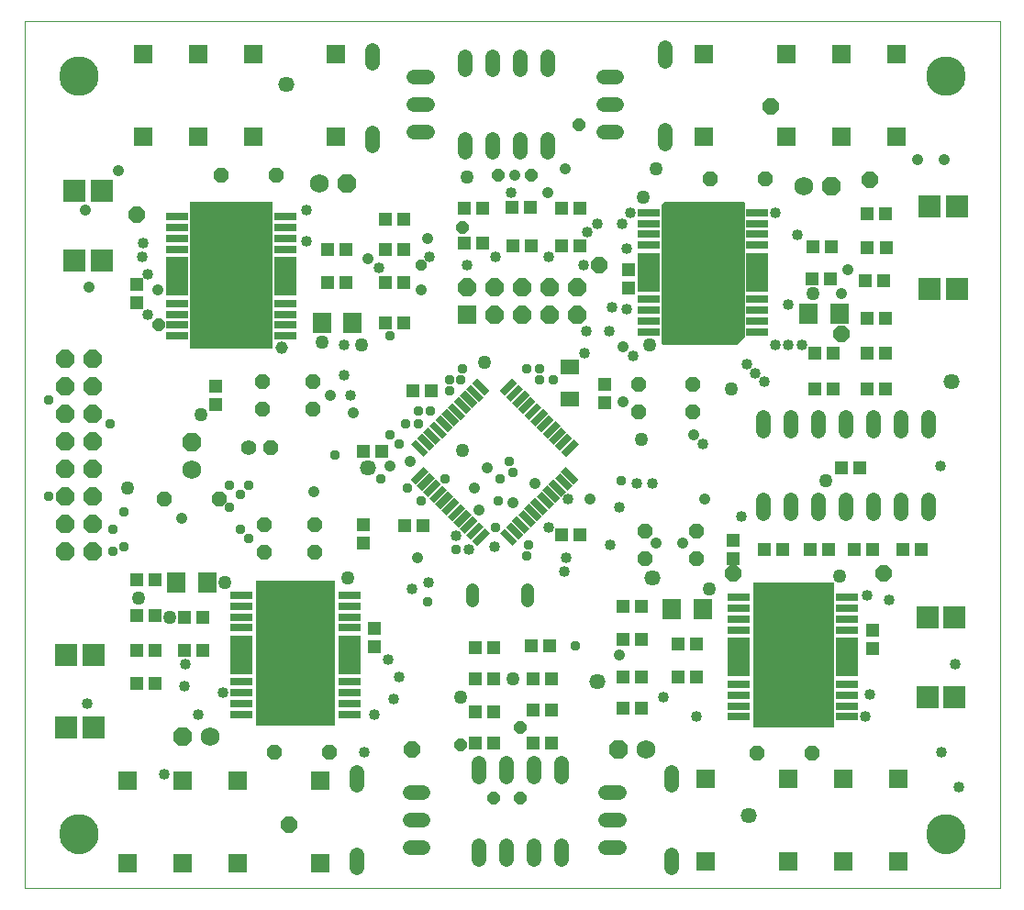
<source format=gts>
G75*
G70*
%OFA0B0*%
%FSLAX24Y24*%
%IPPOS*%
%LPD*%
%AMOC8*
5,1,8,0,0,1.08239X$1,22.5*
%
%ADD10C,0.0000*%
%ADD11C,0.1438*%
%ADD12R,0.3040X0.5360*%
%ADD13C,0.0160*%
%ADD14R,0.2960X0.5280*%
%ADD15R,0.2880X0.5280*%
%ADD16OC8,0.0660*%
%ADD17R,0.0651X0.0257*%
%ADD18R,0.0257X0.0651*%
%ADD19R,0.0454X0.0493*%
%ADD20R,0.0690X0.0532*%
%ADD21C,0.0460*%
%ADD22R,0.0493X0.0454*%
%ADD23OC8,0.0560*%
%ADD24C,0.0560*%
%ADD25OC8,0.0690*%
%ADD26C,0.0690*%
%ADD27OC8,0.0540*%
%ADD28R,0.0847X0.0257*%
%ADD29R,0.0847X0.1399*%
%ADD30R,0.0828X0.0828*%
%ADD31R,0.0660X0.0660*%
%ADD32R,0.0710X0.0710*%
%ADD33C,0.0540*%
%ADD34R,0.0690X0.0770*%
%ADD35OC8,0.0680*%
%ADD36C,0.0680*%
%ADD37C,0.0575*%
%ADD38C,0.0398*%
%ADD39C,0.0496*%
%ADD40C,0.0417*%
%ADD41C,0.0378*%
%ADD42OC8,0.0575*%
%ADD43OC8,0.0457*%
%ADD44OC8,0.0398*%
%ADD45C,0.0457*%
D10*
X001500Y002461D02*
X001500Y033957D01*
X036933Y033957D01*
X036933Y002461D01*
X001500Y002461D01*
X002780Y004430D02*
X002782Y004482D01*
X002788Y004534D01*
X002798Y004585D01*
X002811Y004635D01*
X002829Y004685D01*
X002850Y004732D01*
X002874Y004778D01*
X002903Y004822D01*
X002934Y004864D01*
X002968Y004903D01*
X003005Y004940D01*
X003045Y004973D01*
X003088Y005004D01*
X003132Y005031D01*
X003178Y005055D01*
X003227Y005075D01*
X003276Y005091D01*
X003327Y005104D01*
X003378Y005113D01*
X003430Y005118D01*
X003482Y005119D01*
X003534Y005116D01*
X003586Y005109D01*
X003637Y005098D01*
X003687Y005084D01*
X003736Y005065D01*
X003783Y005043D01*
X003828Y005018D01*
X003872Y004989D01*
X003913Y004957D01*
X003952Y004922D01*
X003987Y004884D01*
X004020Y004843D01*
X004050Y004801D01*
X004076Y004756D01*
X004099Y004709D01*
X004118Y004660D01*
X004134Y004610D01*
X004146Y004560D01*
X004154Y004508D01*
X004158Y004456D01*
X004158Y004404D01*
X004154Y004352D01*
X004146Y004300D01*
X004134Y004250D01*
X004118Y004200D01*
X004099Y004151D01*
X004076Y004104D01*
X004050Y004059D01*
X004020Y004017D01*
X003987Y003976D01*
X003952Y003938D01*
X003913Y003903D01*
X003872Y003871D01*
X003828Y003842D01*
X003783Y003817D01*
X003736Y003795D01*
X003687Y003776D01*
X003637Y003762D01*
X003586Y003751D01*
X003534Y003744D01*
X003482Y003741D01*
X003430Y003742D01*
X003378Y003747D01*
X003327Y003756D01*
X003276Y003769D01*
X003227Y003785D01*
X003178Y003805D01*
X003132Y003829D01*
X003088Y003856D01*
X003045Y003887D01*
X003005Y003920D01*
X002968Y003957D01*
X002934Y003996D01*
X002903Y004038D01*
X002874Y004082D01*
X002850Y004128D01*
X002829Y004175D01*
X002811Y004225D01*
X002798Y004275D01*
X002788Y004326D01*
X002782Y004378D01*
X002780Y004430D01*
X002780Y031989D02*
X002782Y032041D01*
X002788Y032093D01*
X002798Y032144D01*
X002811Y032194D01*
X002829Y032244D01*
X002850Y032291D01*
X002874Y032337D01*
X002903Y032381D01*
X002934Y032423D01*
X002968Y032462D01*
X003005Y032499D01*
X003045Y032532D01*
X003088Y032563D01*
X003132Y032590D01*
X003178Y032614D01*
X003227Y032634D01*
X003276Y032650D01*
X003327Y032663D01*
X003378Y032672D01*
X003430Y032677D01*
X003482Y032678D01*
X003534Y032675D01*
X003586Y032668D01*
X003637Y032657D01*
X003687Y032643D01*
X003736Y032624D01*
X003783Y032602D01*
X003828Y032577D01*
X003872Y032548D01*
X003913Y032516D01*
X003952Y032481D01*
X003987Y032443D01*
X004020Y032402D01*
X004050Y032360D01*
X004076Y032315D01*
X004099Y032268D01*
X004118Y032219D01*
X004134Y032169D01*
X004146Y032119D01*
X004154Y032067D01*
X004158Y032015D01*
X004158Y031963D01*
X004154Y031911D01*
X004146Y031859D01*
X004134Y031809D01*
X004118Y031759D01*
X004099Y031710D01*
X004076Y031663D01*
X004050Y031618D01*
X004020Y031576D01*
X003987Y031535D01*
X003952Y031497D01*
X003913Y031462D01*
X003872Y031430D01*
X003828Y031401D01*
X003783Y031376D01*
X003736Y031354D01*
X003687Y031335D01*
X003637Y031321D01*
X003586Y031310D01*
X003534Y031303D01*
X003482Y031300D01*
X003430Y031301D01*
X003378Y031306D01*
X003327Y031315D01*
X003276Y031328D01*
X003227Y031344D01*
X003178Y031364D01*
X003132Y031388D01*
X003088Y031415D01*
X003045Y031446D01*
X003005Y031479D01*
X002968Y031516D01*
X002934Y031555D01*
X002903Y031597D01*
X002874Y031641D01*
X002850Y031687D01*
X002829Y031734D01*
X002811Y031784D01*
X002798Y031834D01*
X002788Y031885D01*
X002782Y031937D01*
X002780Y031989D01*
X034276Y031989D02*
X034278Y032041D01*
X034284Y032093D01*
X034294Y032144D01*
X034307Y032194D01*
X034325Y032244D01*
X034346Y032291D01*
X034370Y032337D01*
X034399Y032381D01*
X034430Y032423D01*
X034464Y032462D01*
X034501Y032499D01*
X034541Y032532D01*
X034584Y032563D01*
X034628Y032590D01*
X034674Y032614D01*
X034723Y032634D01*
X034772Y032650D01*
X034823Y032663D01*
X034874Y032672D01*
X034926Y032677D01*
X034978Y032678D01*
X035030Y032675D01*
X035082Y032668D01*
X035133Y032657D01*
X035183Y032643D01*
X035232Y032624D01*
X035279Y032602D01*
X035324Y032577D01*
X035368Y032548D01*
X035409Y032516D01*
X035448Y032481D01*
X035483Y032443D01*
X035516Y032402D01*
X035546Y032360D01*
X035572Y032315D01*
X035595Y032268D01*
X035614Y032219D01*
X035630Y032169D01*
X035642Y032119D01*
X035650Y032067D01*
X035654Y032015D01*
X035654Y031963D01*
X035650Y031911D01*
X035642Y031859D01*
X035630Y031809D01*
X035614Y031759D01*
X035595Y031710D01*
X035572Y031663D01*
X035546Y031618D01*
X035516Y031576D01*
X035483Y031535D01*
X035448Y031497D01*
X035409Y031462D01*
X035368Y031430D01*
X035324Y031401D01*
X035279Y031376D01*
X035232Y031354D01*
X035183Y031335D01*
X035133Y031321D01*
X035082Y031310D01*
X035030Y031303D01*
X034978Y031300D01*
X034926Y031301D01*
X034874Y031306D01*
X034823Y031315D01*
X034772Y031328D01*
X034723Y031344D01*
X034674Y031364D01*
X034628Y031388D01*
X034584Y031415D01*
X034541Y031446D01*
X034501Y031479D01*
X034464Y031516D01*
X034430Y031555D01*
X034399Y031597D01*
X034370Y031641D01*
X034346Y031687D01*
X034325Y031734D01*
X034307Y031784D01*
X034294Y031834D01*
X034284Y031885D01*
X034278Y031937D01*
X034276Y031989D01*
X034276Y004430D02*
X034278Y004482D01*
X034284Y004534D01*
X034294Y004585D01*
X034307Y004635D01*
X034325Y004685D01*
X034346Y004732D01*
X034370Y004778D01*
X034399Y004822D01*
X034430Y004864D01*
X034464Y004903D01*
X034501Y004940D01*
X034541Y004973D01*
X034584Y005004D01*
X034628Y005031D01*
X034674Y005055D01*
X034723Y005075D01*
X034772Y005091D01*
X034823Y005104D01*
X034874Y005113D01*
X034926Y005118D01*
X034978Y005119D01*
X035030Y005116D01*
X035082Y005109D01*
X035133Y005098D01*
X035183Y005084D01*
X035232Y005065D01*
X035279Y005043D01*
X035324Y005018D01*
X035368Y004989D01*
X035409Y004957D01*
X035448Y004922D01*
X035483Y004884D01*
X035516Y004843D01*
X035546Y004801D01*
X035572Y004756D01*
X035595Y004709D01*
X035614Y004660D01*
X035630Y004610D01*
X035642Y004560D01*
X035650Y004508D01*
X035654Y004456D01*
X035654Y004404D01*
X035650Y004352D01*
X035642Y004300D01*
X035630Y004250D01*
X035614Y004200D01*
X035595Y004151D01*
X035572Y004104D01*
X035546Y004059D01*
X035516Y004017D01*
X035483Y003976D01*
X035448Y003938D01*
X035409Y003903D01*
X035368Y003871D01*
X035324Y003842D01*
X035279Y003817D01*
X035232Y003795D01*
X035183Y003776D01*
X035133Y003762D01*
X035082Y003751D01*
X035030Y003744D01*
X034978Y003741D01*
X034926Y003742D01*
X034874Y003747D01*
X034823Y003756D01*
X034772Y003769D01*
X034723Y003785D01*
X034674Y003805D01*
X034628Y003829D01*
X034584Y003856D01*
X034541Y003887D01*
X034501Y003920D01*
X034464Y003957D01*
X034430Y003996D01*
X034399Y004038D01*
X034370Y004082D01*
X034346Y004128D01*
X034325Y004175D01*
X034307Y004225D01*
X034294Y004275D01*
X034284Y004326D01*
X034278Y004378D01*
X034276Y004430D01*
D11*
X034965Y004430D03*
X034965Y031989D03*
X003469Y031989D03*
X003469Y004430D03*
D12*
X009020Y024741D03*
D13*
X024700Y024810D02*
X027580Y024810D01*
X027580Y024968D02*
X024700Y024968D01*
X024700Y025127D02*
X027580Y025127D01*
X027580Y025285D02*
X024700Y025285D01*
X024700Y025444D02*
X027580Y025444D01*
X027580Y025602D02*
X024700Y025602D01*
X024700Y025761D02*
X027580Y025761D01*
X027580Y025919D02*
X024700Y025919D01*
X024700Y026078D02*
X027580Y026078D01*
X027580Y026236D02*
X024700Y026236D01*
X024700Y026395D02*
X027580Y026395D01*
X027580Y026553D02*
X024700Y026553D01*
X024700Y026712D02*
X027580Y026712D01*
X027580Y026870D02*
X024700Y026870D01*
X024700Y027029D02*
X027580Y027029D01*
X027580Y027187D02*
X024700Y027187D01*
X024700Y027261D02*
X024780Y027341D01*
X027580Y027341D01*
X027580Y022541D01*
X027340Y022301D01*
X024700Y022301D01*
X024700Y027261D01*
X024700Y024651D02*
X027580Y024651D01*
X027580Y024493D02*
X024700Y024493D01*
X024700Y024334D02*
X027580Y024334D01*
X027580Y024176D02*
X024700Y024176D01*
X024700Y024017D02*
X027580Y024017D01*
X027580Y023859D02*
X024700Y023859D01*
X024700Y023700D02*
X027580Y023700D01*
X027580Y023542D02*
X024700Y023542D01*
X024700Y023383D02*
X027580Y023383D01*
X027580Y023225D02*
X024700Y023225D01*
X024700Y023066D02*
X027580Y023066D01*
X027580Y022908D02*
X024700Y022908D01*
X024700Y022749D02*
X027580Y022749D01*
X027580Y022591D02*
X024700Y022591D01*
X024700Y022432D02*
X027471Y022432D01*
D14*
X029460Y010941D03*
D15*
X011340Y011021D03*
D16*
X003969Y014709D03*
X003969Y015709D03*
X003969Y016709D03*
X003969Y017709D03*
X003969Y018709D03*
X003969Y019709D03*
X003969Y020709D03*
X003969Y021709D03*
X002969Y021709D03*
X002969Y020709D03*
X002969Y019709D03*
X002969Y018709D03*
X002969Y017709D03*
X002969Y016709D03*
X002969Y015709D03*
X002969Y014709D03*
X017580Y024321D03*
X018580Y024321D03*
X018580Y023321D03*
X019580Y023321D03*
X020580Y023321D03*
X021580Y023321D03*
X021580Y024321D03*
X020580Y024321D03*
X019580Y024321D03*
D17*
G36*
X019406Y020823D02*
X018947Y020364D01*
X018766Y020545D01*
X019225Y021004D01*
X019406Y020823D01*
G37*
G36*
X019629Y020601D02*
X019170Y020142D01*
X018989Y020323D01*
X019448Y020782D01*
X019629Y020601D01*
G37*
G36*
X019852Y020378D02*
X019393Y019919D01*
X019212Y020100D01*
X019671Y020559D01*
X019852Y020378D01*
G37*
G36*
X020075Y020155D02*
X019616Y019696D01*
X019435Y019877D01*
X019894Y020336D01*
X020075Y020155D01*
G37*
G36*
X020297Y019933D02*
X019838Y019474D01*
X019657Y019655D01*
X020116Y020114D01*
X020297Y019933D01*
G37*
G36*
X020520Y019710D02*
X020061Y019251D01*
X019880Y019432D01*
X020339Y019891D01*
X020520Y019710D01*
G37*
G36*
X020743Y019487D02*
X020284Y019028D01*
X020103Y019209D01*
X020562Y019668D01*
X020743Y019487D01*
G37*
G36*
X020965Y019264D02*
X020506Y018805D01*
X020325Y018986D01*
X020784Y019445D01*
X020965Y019264D01*
G37*
G36*
X021188Y019042D02*
X020729Y018583D01*
X020548Y018764D01*
X021007Y019223D01*
X021188Y019042D01*
G37*
G36*
X021411Y018819D02*
X020952Y018360D01*
X020771Y018541D01*
X021230Y019000D01*
X021411Y018819D01*
G37*
G36*
X021634Y018596D02*
X021175Y018137D01*
X020994Y018318D01*
X021453Y018777D01*
X021634Y018596D01*
G37*
G36*
X018404Y015367D02*
X017945Y014908D01*
X017764Y015089D01*
X018223Y015548D01*
X018404Y015367D01*
G37*
G36*
X018182Y015590D02*
X017723Y015131D01*
X017542Y015312D01*
X018001Y015771D01*
X018182Y015590D01*
G37*
G36*
X017959Y015812D02*
X017500Y015353D01*
X017319Y015534D01*
X017778Y015993D01*
X017959Y015812D01*
G37*
G36*
X017736Y016035D02*
X017277Y015576D01*
X017096Y015757D01*
X017555Y016216D01*
X017736Y016035D01*
G37*
G36*
X017513Y016258D02*
X017054Y015799D01*
X016873Y015980D01*
X017332Y016439D01*
X017513Y016258D01*
G37*
G36*
X017291Y016481D02*
X016832Y016022D01*
X016651Y016203D01*
X017110Y016662D01*
X017291Y016481D01*
G37*
G36*
X017068Y016703D02*
X016609Y016244D01*
X016428Y016425D01*
X016887Y016884D01*
X017068Y016703D01*
G37*
G36*
X016845Y016926D02*
X016386Y016467D01*
X016205Y016648D01*
X016664Y017107D01*
X016845Y016926D01*
G37*
G36*
X016623Y017149D02*
X016164Y016690D01*
X015983Y016871D01*
X016442Y017330D01*
X016623Y017149D01*
G37*
G36*
X016400Y017371D02*
X015941Y016912D01*
X015760Y017093D01*
X016219Y017552D01*
X016400Y017371D01*
G37*
G36*
X016177Y017594D02*
X015718Y017135D01*
X015537Y017316D01*
X015996Y017775D01*
X016177Y017594D01*
G37*
D18*
G36*
X016177Y018318D02*
X015996Y018137D01*
X015537Y018596D01*
X015718Y018777D01*
X016177Y018318D01*
G37*
G36*
X016400Y018541D02*
X016219Y018360D01*
X015760Y018819D01*
X015941Y019000D01*
X016400Y018541D01*
G37*
G36*
X016623Y018764D02*
X016442Y018583D01*
X015983Y019042D01*
X016164Y019223D01*
X016623Y018764D01*
G37*
G36*
X016845Y018986D02*
X016664Y018805D01*
X016205Y019264D01*
X016386Y019445D01*
X016845Y018986D01*
G37*
G36*
X017068Y019209D02*
X016887Y019028D01*
X016428Y019487D01*
X016609Y019668D01*
X017068Y019209D01*
G37*
G36*
X017291Y019432D02*
X017110Y019251D01*
X016651Y019710D01*
X016832Y019891D01*
X017291Y019432D01*
G37*
G36*
X017513Y019655D02*
X017332Y019474D01*
X016873Y019933D01*
X017054Y020114D01*
X017513Y019655D01*
G37*
G36*
X017736Y019877D02*
X017555Y019696D01*
X017096Y020155D01*
X017277Y020336D01*
X017736Y019877D01*
G37*
G36*
X017959Y020100D02*
X017778Y019919D01*
X017319Y020378D01*
X017500Y020559D01*
X017959Y020100D01*
G37*
G36*
X018182Y020323D02*
X018001Y020142D01*
X017542Y020601D01*
X017723Y020782D01*
X018182Y020323D01*
G37*
G36*
X018404Y020545D02*
X018223Y020364D01*
X017764Y020823D01*
X017945Y021004D01*
X018404Y020545D01*
G37*
G36*
X021634Y017316D02*
X021453Y017135D01*
X020994Y017594D01*
X021175Y017775D01*
X021634Y017316D01*
G37*
G36*
X021411Y017093D02*
X021230Y016912D01*
X020771Y017371D01*
X020952Y017552D01*
X021411Y017093D01*
G37*
G36*
X021188Y016871D02*
X021007Y016690D01*
X020548Y017149D01*
X020729Y017330D01*
X021188Y016871D01*
G37*
G36*
X020965Y016648D02*
X020784Y016467D01*
X020325Y016926D01*
X020506Y017107D01*
X020965Y016648D01*
G37*
G36*
X020743Y016425D02*
X020562Y016244D01*
X020103Y016703D01*
X020284Y016884D01*
X020743Y016425D01*
G37*
G36*
X020520Y016203D02*
X020339Y016022D01*
X019880Y016481D01*
X020061Y016662D01*
X020520Y016203D01*
G37*
G36*
X020297Y015980D02*
X020116Y015799D01*
X019657Y016258D01*
X019838Y016439D01*
X020297Y015980D01*
G37*
G36*
X020075Y015757D02*
X019894Y015576D01*
X019435Y016035D01*
X019616Y016216D01*
X020075Y015757D01*
G37*
G36*
X019852Y015534D02*
X019671Y015353D01*
X019212Y015812D01*
X019393Y015993D01*
X019852Y015534D01*
G37*
G36*
X019629Y015312D02*
X019448Y015131D01*
X018989Y015590D01*
X019170Y015771D01*
X019629Y015312D01*
G37*
G36*
X019406Y015089D02*
X019225Y014908D01*
X018766Y015367D01*
X018947Y015548D01*
X019406Y015089D01*
G37*
D19*
X023245Y011501D03*
X023915Y011501D03*
X025245Y011341D03*
X025915Y011341D03*
X025915Y010141D03*
X025245Y010141D03*
X020635Y010061D03*
X019965Y010061D03*
X019965Y008941D03*
X020635Y008941D03*
X020635Y007741D03*
X019965Y007741D03*
X018555Y007741D03*
X017885Y007741D03*
X017885Y008861D03*
X018555Y008861D03*
X018555Y010061D03*
X017885Y010061D03*
X014220Y011247D03*
X014220Y011916D03*
X007995Y012301D03*
X007325Y012301D03*
X006235Y012381D03*
X005565Y012381D03*
X007325Y011101D03*
X007995Y011101D03*
X013812Y018347D03*
X014482Y018347D03*
X014605Y024461D03*
X015275Y024461D03*
X013195Y024461D03*
X012525Y024461D03*
X012525Y025661D03*
X013195Y025661D03*
X017485Y025901D03*
X018155Y025901D03*
X019245Y025821D03*
X019915Y025821D03*
X021005Y025821D03*
X021675Y025821D03*
X021675Y027181D03*
X021005Y027181D03*
X019896Y027197D03*
X019227Y027197D03*
X018155Y027181D03*
X017485Y027181D03*
X023437Y024937D03*
X023437Y024268D03*
X030125Y024621D03*
X030795Y024621D03*
X030829Y025764D03*
X030159Y025764D03*
X032045Y024541D03*
X032715Y024541D03*
X032795Y021901D03*
X032125Y021901D03*
X030875Y021901D03*
X030205Y021901D03*
X030205Y020621D03*
X030875Y020621D03*
X032125Y020621D03*
X032795Y020621D03*
X032315Y014781D03*
X031645Y014781D03*
X030715Y014781D03*
X030045Y014781D03*
X029035Y014781D03*
X028365Y014781D03*
X032300Y011836D03*
X032300Y011167D03*
X033405Y014781D03*
X034075Y014781D03*
X005580Y023727D03*
X005580Y024396D03*
D20*
X021320Y021409D03*
X021320Y020228D03*
D21*
X019765Y013314D02*
X019765Y012914D01*
X017765Y012914D02*
X017765Y013314D01*
D22*
X017883Y011209D03*
X018553Y011209D03*
X019909Y011260D03*
X020578Y011260D03*
X023245Y010141D03*
X023915Y010141D03*
X023915Y009021D03*
X023245Y009021D03*
X023245Y012701D03*
X023915Y012701D03*
X021675Y015301D03*
X021005Y015301D03*
X015985Y015656D03*
X015316Y015656D03*
X013820Y015676D03*
X013820Y015007D03*
X008460Y020047D03*
X008460Y020716D03*
X014605Y023021D03*
X015275Y023021D03*
X015619Y020547D03*
X016289Y020547D03*
X015275Y025661D03*
X014605Y025661D03*
X014605Y026781D03*
X015275Y026781D03*
X022596Y020771D03*
X022596Y020102D03*
X027260Y015116D03*
X027260Y014447D03*
X031165Y017741D03*
X031835Y017741D03*
X032125Y023181D03*
X032795Y023181D03*
X032799Y025755D03*
X032130Y025755D03*
X032116Y026981D03*
X032785Y026981D03*
X006235Y013661D03*
X005565Y013661D03*
X005565Y011101D03*
X006235Y011101D03*
X006235Y009901D03*
X005565Y009901D03*
D23*
X010432Y018487D03*
D24*
X009632Y018487D03*
D25*
X007570Y018674D03*
D26*
X007570Y017674D03*
D27*
X006580Y016621D03*
X008580Y016621D03*
X010220Y015681D03*
X010220Y014681D03*
X012060Y014681D03*
X012060Y015681D03*
X011980Y019881D03*
X011980Y020881D03*
X010140Y020881D03*
X010140Y019881D03*
X010660Y028381D03*
X008660Y028381D03*
X023828Y020782D03*
X023828Y019782D03*
X025785Y019782D03*
X025785Y020782D03*
X025900Y015441D03*
X025900Y014441D03*
X024060Y014441D03*
X024060Y015441D03*
X028100Y007381D03*
X030100Y007381D03*
X012580Y007421D03*
X010580Y007421D03*
X026427Y028234D03*
X028427Y028234D03*
D28*
X028124Y027013D03*
X028124Y026619D03*
X028124Y026225D03*
X028124Y025832D03*
X028124Y023863D03*
X028124Y023470D03*
X028124Y023076D03*
X028124Y022682D03*
X024187Y022682D03*
X024187Y023076D03*
X024187Y023470D03*
X024187Y023863D03*
X024187Y025832D03*
X024187Y026225D03*
X024187Y026619D03*
X024187Y027013D03*
X010989Y026867D03*
X010989Y026473D03*
X010989Y026079D03*
X010989Y025686D03*
X010989Y023717D03*
X010989Y023323D03*
X010989Y022930D03*
X010989Y022536D03*
X007051Y022536D03*
X007051Y022930D03*
X007051Y023323D03*
X007051Y023717D03*
X007051Y025686D03*
X007051Y026079D03*
X007051Y026473D03*
X007051Y026867D03*
X009371Y013107D03*
X009371Y012713D03*
X009371Y012319D03*
X009371Y011926D03*
X009371Y009957D03*
X009371Y009563D03*
X009371Y009170D03*
X009371Y008776D03*
X013309Y008776D03*
X013309Y009170D03*
X013309Y009563D03*
X013309Y009957D03*
X013309Y011926D03*
X013309Y012319D03*
X013309Y012713D03*
X013309Y013107D03*
X027451Y013027D03*
X027451Y012633D03*
X027451Y012239D03*
X027451Y011846D03*
X027451Y009877D03*
X027451Y009483D03*
X027451Y009090D03*
X027451Y008696D03*
X031389Y008696D03*
X031389Y009090D03*
X031389Y009483D03*
X031389Y009877D03*
X031389Y011846D03*
X031389Y012239D03*
X031389Y012633D03*
X031389Y013027D03*
D29*
X031389Y010861D03*
X027451Y010861D03*
X013309Y010941D03*
X009371Y010941D03*
X010989Y024701D03*
X007051Y024701D03*
X024187Y024848D03*
X028124Y024848D03*
D30*
X034397Y024226D03*
X035381Y024226D03*
X035381Y027237D03*
X034397Y027237D03*
X034300Y012301D03*
X035284Y012301D03*
X035284Y009421D03*
X034300Y009421D03*
X004300Y025261D03*
X003316Y025261D03*
X003316Y027821D03*
X004300Y027821D03*
X004004Y010941D03*
X003020Y010941D03*
X003020Y008301D03*
X004004Y008301D03*
D31*
X017580Y023321D03*
D32*
X012820Y029761D03*
X009820Y029761D03*
X007820Y029761D03*
X005820Y029761D03*
X005820Y032761D03*
X007820Y032761D03*
X009820Y032761D03*
X012820Y032761D03*
X026180Y032761D03*
X026180Y029761D03*
X029180Y029761D03*
X031180Y029761D03*
X033180Y029761D03*
X033180Y032761D03*
X031180Y032761D03*
X029180Y032761D03*
X029260Y006441D03*
X031260Y006441D03*
X033260Y006441D03*
X033260Y003441D03*
X031260Y003441D03*
X029260Y003441D03*
X026260Y003441D03*
X026260Y006441D03*
X012260Y006361D03*
X012260Y003361D03*
X009260Y003361D03*
X007260Y003361D03*
X005260Y003361D03*
X005260Y006361D03*
X007260Y006361D03*
X009260Y006361D03*
D33*
X013580Y006201D02*
X013580Y006681D01*
X015500Y005941D02*
X015980Y005941D01*
X015980Y004941D02*
X015500Y004941D01*
X015500Y003941D02*
X015980Y003941D01*
X018000Y004001D02*
X018000Y003521D01*
X019000Y003521D02*
X019000Y004001D01*
X020000Y004001D02*
X020000Y003521D01*
X021000Y003521D02*
X021000Y004001D01*
X022620Y003941D02*
X023100Y003941D01*
X023100Y004941D02*
X022620Y004941D01*
X022620Y005941D02*
X023100Y005941D01*
X025020Y006201D02*
X025020Y006681D01*
X025020Y003681D02*
X025020Y003201D01*
X021000Y006521D02*
X021000Y007001D01*
X020000Y007001D02*
X020000Y006521D01*
X019000Y006521D02*
X019000Y007001D01*
X018000Y007001D02*
X018000Y006521D01*
X013580Y003681D02*
X013580Y003201D01*
X028340Y016081D02*
X028340Y016561D01*
X029340Y016561D02*
X029340Y016081D01*
X030340Y016081D02*
X030340Y016561D01*
X031340Y016561D02*
X031340Y016081D01*
X032340Y016081D02*
X032340Y016561D01*
X033340Y016561D02*
X033340Y016081D01*
X034340Y016081D02*
X034340Y016561D01*
X034340Y019081D02*
X034340Y019561D01*
X033340Y019561D02*
X033340Y019081D01*
X032340Y019081D02*
X032340Y019561D01*
X031340Y019561D02*
X031340Y019081D01*
X030340Y019081D02*
X030340Y019561D01*
X029340Y019561D02*
X029340Y019081D01*
X028340Y019081D02*
X028340Y019561D01*
X020520Y029201D02*
X020520Y029681D01*
X019520Y029681D02*
X019520Y029201D01*
X018520Y029201D02*
X018520Y029681D01*
X017520Y029681D02*
X017520Y029201D01*
X016140Y029941D02*
X015660Y029941D01*
X015660Y030941D02*
X016140Y030941D01*
X016140Y031941D02*
X015660Y031941D01*
X014140Y032441D02*
X014140Y032921D01*
X014140Y029921D02*
X014140Y029441D01*
X017520Y032201D02*
X017520Y032681D01*
X018520Y032681D02*
X018520Y032201D01*
X019520Y032201D02*
X019520Y032681D01*
X020520Y032681D02*
X020520Y032201D01*
X022540Y031941D02*
X023020Y031941D01*
X023020Y030941D02*
X022540Y030941D01*
X022540Y029941D02*
X023020Y029941D01*
X024780Y030001D02*
X024780Y029521D01*
X024780Y032521D02*
X024780Y033001D01*
D34*
X029980Y023341D03*
X031100Y023341D03*
X026140Y012621D03*
X025020Y012621D03*
X013420Y023021D03*
X012300Y023021D03*
X008140Y013581D03*
X007020Y013581D03*
D35*
X007240Y007981D03*
X023080Y007501D03*
X030800Y027981D03*
X013200Y028061D03*
D36*
X012200Y028061D03*
X029800Y027981D03*
X008240Y007981D03*
X024080Y007501D03*
D37*
X022300Y009981D03*
X024300Y013741D03*
X027820Y005101D03*
X013980Y017741D03*
X011020Y031661D03*
X035180Y020861D03*
D38*
X034780Y017821D03*
X032100Y013101D03*
X032900Y012941D03*
X030620Y012861D03*
X030620Y012381D03*
X030140Y012381D03*
X029660Y012381D03*
X029180Y012381D03*
X028700Y012381D03*
X028700Y012861D03*
X029180Y012861D03*
X029660Y012861D03*
X030140Y012861D03*
X030140Y013341D03*
X029660Y013341D03*
X029180Y013341D03*
X028700Y013341D03*
X028220Y013341D03*
X028220Y012861D03*
X028220Y012381D03*
X028220Y011901D03*
X028220Y011421D03*
X028220Y010941D03*
X028220Y010461D03*
X028220Y009981D03*
X028220Y009501D03*
X028220Y009021D03*
X028220Y008541D03*
X028700Y008541D03*
X029180Y008541D03*
X029660Y008541D03*
X030140Y008541D03*
X030620Y008541D03*
X030620Y009021D03*
X030140Y009021D03*
X029660Y009021D03*
X029180Y009021D03*
X028700Y009021D03*
X028700Y009501D03*
X029180Y009501D03*
X029660Y009501D03*
X030140Y009501D03*
X030620Y009501D03*
X030620Y009981D03*
X030140Y009981D03*
X029660Y009981D03*
X029180Y009981D03*
X028700Y009981D03*
X028700Y010461D03*
X029180Y010461D03*
X029660Y010461D03*
X030140Y010461D03*
X030620Y010461D03*
X030620Y010941D03*
X030140Y010941D03*
X029660Y010941D03*
X029180Y010941D03*
X028700Y010941D03*
X028700Y011421D03*
X029180Y011421D03*
X029660Y011421D03*
X030140Y011421D03*
X030620Y011421D03*
X030620Y011901D03*
X030140Y011901D03*
X029660Y011901D03*
X029180Y011901D03*
X028700Y011901D03*
X030620Y013341D03*
X027540Y015981D03*
X026140Y018621D03*
X024300Y017181D03*
X023740Y017181D03*
X023100Y016301D03*
X022780Y014941D03*
X021180Y014461D03*
X021100Y013981D03*
X020540Y015581D03*
X021260Y016621D03*
X018580Y014861D03*
X017660Y014781D03*
X017180Y015261D03*
X016180Y013581D03*
X015580Y013341D03*
X014700Y010781D03*
X015100Y010141D03*
X014900Y009341D03*
X014220Y008781D03*
X013860Y007421D03*
X012540Y008621D03*
X012060Y008621D03*
X011580Y008621D03*
X011100Y008621D03*
X010620Y008621D03*
X010140Y008621D03*
X010140Y009101D03*
X010620Y009101D03*
X011100Y009101D03*
X011580Y009101D03*
X011580Y009581D03*
X011100Y009581D03*
X010620Y009581D03*
X010140Y009581D03*
X010140Y010061D03*
X010620Y010061D03*
X011100Y010061D03*
X011580Y010061D03*
X012060Y010061D03*
X012060Y009581D03*
X012060Y009101D03*
X012540Y009101D03*
X012540Y009581D03*
X012540Y010061D03*
X012540Y010541D03*
X012060Y010541D03*
X012060Y011021D03*
X012540Y011021D03*
X012540Y011501D03*
X012060Y011501D03*
X011580Y011501D03*
X011580Y011021D03*
X011580Y010541D03*
X011100Y010541D03*
X010620Y010541D03*
X010140Y010541D03*
X010140Y011021D03*
X010620Y011021D03*
X011100Y011021D03*
X011100Y011501D03*
X010620Y011501D03*
X010140Y011501D03*
X010140Y011981D03*
X010620Y011981D03*
X011100Y011981D03*
X011580Y011981D03*
X011580Y012461D03*
X011100Y012461D03*
X010620Y012461D03*
X010140Y012461D03*
X010140Y012941D03*
X010620Y012941D03*
X011100Y012941D03*
X011580Y012941D03*
X012060Y012941D03*
X012060Y012461D03*
X012060Y011981D03*
X012540Y011981D03*
X012540Y012461D03*
X012540Y012941D03*
X012540Y013421D03*
X012060Y013421D03*
X011580Y013421D03*
X011100Y013421D03*
X010620Y013421D03*
X010140Y013421D03*
X007340Y010621D03*
X007300Y009821D03*
X007820Y008781D03*
X008700Y009581D03*
X006580Y006621D03*
X003780Y009181D03*
X013340Y020381D03*
X013100Y021101D03*
X013100Y022221D03*
X010220Y022381D03*
X009740Y022381D03*
X009260Y022381D03*
X008780Y022381D03*
X008300Y022381D03*
X007820Y022381D03*
X007820Y022861D03*
X008300Y022861D03*
X008780Y022861D03*
X009260Y022861D03*
X009260Y023341D03*
X008780Y023341D03*
X008300Y023341D03*
X007820Y023341D03*
X007820Y023821D03*
X008300Y023821D03*
X008780Y023821D03*
X009260Y023821D03*
X009740Y023821D03*
X009740Y023341D03*
X009740Y022861D03*
X010220Y022861D03*
X010220Y023341D03*
X010220Y023821D03*
X010220Y024301D03*
X009740Y024301D03*
X009740Y024781D03*
X010220Y024781D03*
X010220Y025261D03*
X009740Y025261D03*
X009260Y025261D03*
X009260Y024781D03*
X009260Y024301D03*
X008780Y024301D03*
X008300Y024301D03*
X007820Y024301D03*
X007820Y024781D03*
X008300Y024781D03*
X008780Y024781D03*
X008780Y025261D03*
X008300Y025261D03*
X007820Y025261D03*
X007820Y025741D03*
X008300Y025741D03*
X008780Y025741D03*
X009260Y025741D03*
X009260Y026221D03*
X008780Y026221D03*
X008300Y026221D03*
X007820Y026221D03*
X007820Y026701D03*
X008300Y026701D03*
X008780Y026701D03*
X009260Y026701D03*
X009740Y026701D03*
X009740Y026221D03*
X009740Y025741D03*
X010220Y025741D03*
X010220Y026221D03*
X010220Y026701D03*
X010220Y027181D03*
X009740Y027181D03*
X009260Y027181D03*
X008780Y027181D03*
X008300Y027181D03*
X007820Y027181D03*
X005820Y025901D03*
X005780Y025421D03*
X005980Y024781D03*
X005980Y023301D03*
X011740Y025981D03*
X011740Y027101D03*
X014380Y025021D03*
X016220Y025421D03*
X017580Y025101D03*
X018620Y025421D03*
X020540Y025421D03*
X021820Y025101D03*
X021940Y026301D03*
X022300Y026621D03*
X023220Y026621D03*
X023500Y027021D03*
X023380Y025701D03*
X024940Y025741D03*
X025420Y025741D03*
X025900Y025741D03*
X025900Y026221D03*
X025420Y026221D03*
X024940Y026221D03*
X024940Y026701D03*
X025420Y026701D03*
X025900Y026701D03*
X026380Y026701D03*
X026380Y026221D03*
X026380Y025741D03*
X026860Y025741D03*
X027340Y025741D03*
X027340Y026221D03*
X026860Y026221D03*
X026860Y026701D03*
X027340Y026701D03*
X027340Y027181D03*
X026860Y027181D03*
X026380Y027181D03*
X025900Y027181D03*
X025420Y027181D03*
X024940Y027181D03*
X024940Y025261D03*
X024940Y024781D03*
X024940Y024301D03*
X025420Y024301D03*
X025900Y024301D03*
X025900Y024781D03*
X025420Y024781D03*
X025420Y025261D03*
X025900Y025261D03*
X026380Y025261D03*
X026380Y024781D03*
X026380Y024301D03*
X026860Y024301D03*
X027340Y024301D03*
X027340Y024781D03*
X026860Y024781D03*
X026860Y025261D03*
X027340Y025261D03*
X027340Y023821D03*
X027340Y023341D03*
X027340Y022861D03*
X026860Y022861D03*
X026380Y022861D03*
X026380Y023341D03*
X026860Y023341D03*
X026860Y023821D03*
X026380Y023821D03*
X025900Y023821D03*
X025900Y023341D03*
X025900Y022861D03*
X025420Y022861D03*
X024940Y022861D03*
X024940Y023341D03*
X025420Y023341D03*
X025420Y023821D03*
X024940Y023821D03*
X023380Y023501D03*
X022860Y023581D03*
X022740Y022701D03*
X021900Y022701D03*
X021860Y021901D03*
X023620Y021821D03*
X027740Y021501D03*
X028060Y021181D03*
X028380Y020861D03*
X028780Y022221D03*
X029260Y022221D03*
X029740Y022221D03*
X029260Y023661D03*
X029580Y026221D03*
X028780Y027021D03*
X019180Y027741D03*
X035300Y010621D03*
X032220Y009501D03*
X032060Y008701D03*
X034820Y007421D03*
X035460Y006141D03*
X025900Y008701D03*
X024700Y009421D03*
D39*
X026380Y013341D03*
X030620Y017261D03*
X031100Y013821D03*
X027180Y020621D03*
X024220Y022221D03*
X023900Y018781D03*
X018220Y021581D03*
X017420Y018381D03*
X013740Y022221D03*
X012300Y022301D03*
X007900Y019661D03*
X005260Y017021D03*
X008780Y013581D03*
X006780Y012301D03*
X005660Y013021D03*
X013260Y013741D03*
X017340Y009421D03*
X019260Y010061D03*
X030140Y024061D03*
X024460Y028621D03*
X023980Y027581D03*
X017580Y028301D03*
D40*
X019300Y028381D03*
X020500Y027741D03*
X021140Y028621D03*
X016140Y026061D03*
X015900Y024221D03*
X013980Y025341D03*
X012620Y020381D03*
X013460Y019741D03*
X014780Y017821D03*
X015500Y017981D03*
X017860Y017021D03*
X018300Y017741D03*
X019260Y016461D03*
X020060Y017181D03*
X022060Y016621D03*
X024460Y015021D03*
X025420Y015021D03*
X026220Y016621D03*
X025820Y018941D03*
X023260Y020141D03*
X023260Y022141D03*
X018020Y016221D03*
X015780Y014461D03*
X012020Y016861D03*
X007220Y015901D03*
X006340Y024221D03*
X003860Y024301D03*
X003700Y027101D03*
X004900Y028541D03*
X023100Y010941D03*
X031180Y024061D03*
X031420Y024941D03*
X033940Y028941D03*
X034900Y028941D03*
D41*
X023180Y017261D03*
X019820Y014941D03*
X019740Y014541D03*
X018620Y015581D03*
X018700Y016541D03*
X018780Y017341D03*
X019260Y017581D03*
X019100Y017981D03*
X016780Y017341D03*
X015900Y016541D03*
X015420Y017021D03*
X014460Y017341D03*
X015100Y018621D03*
X014780Y018941D03*
X015340Y019341D03*
X015820Y019341D03*
X015820Y019821D03*
X016260Y019821D03*
X016940Y020541D03*
X016940Y020941D03*
X017340Y020941D03*
X017420Y021341D03*
X019740Y021341D03*
X020220Y021341D03*
X020220Y020941D03*
X020700Y020941D03*
X014780Y022541D03*
X012780Y018221D03*
X009660Y017101D03*
X009340Y016781D03*
X008940Y017101D03*
X008940Y016301D03*
X009340Y015501D03*
X009660Y015181D03*
X005100Y014861D03*
X004700Y014701D03*
X004700Y015501D03*
X005100Y016141D03*
X002380Y016701D03*
X004620Y019341D03*
X002380Y020221D03*
X016140Y012861D03*
X017180Y014781D03*
X021500Y011261D03*
D42*
X027260Y013901D03*
X032700Y013901D03*
X031180Y022621D03*
X032220Y028221D03*
X028620Y030861D03*
X022380Y025101D03*
X005580Y026941D03*
X015580Y007501D03*
X011100Y004781D03*
D43*
X017340Y007661D03*
X019500Y008301D03*
X019500Y005741D03*
X018540Y005741D03*
X006380Y022941D03*
X017420Y026461D03*
X018700Y028381D03*
X019900Y028381D03*
X021660Y030221D03*
D44*
X015900Y025101D03*
D45*
X010860Y022101D03*
M02*

</source>
